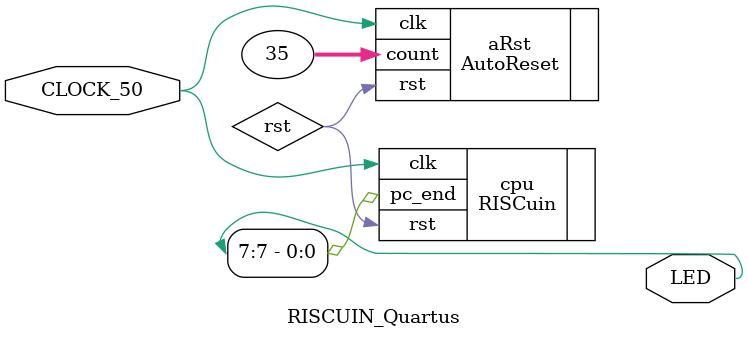
<source format=v>
module RISCUIN_Quartus(
	input 		          		CLOCK_50,
	output		     [7:0]		LED
);

	wire rst;

	AutoReset aRst(.clk(CLOCK_50), .count(35), .rst(rst)); 
   RISCuin cpu(.clk(CLOCK_50), .rst(rst), .pc_end(LED[7]));



endmodule

</source>
